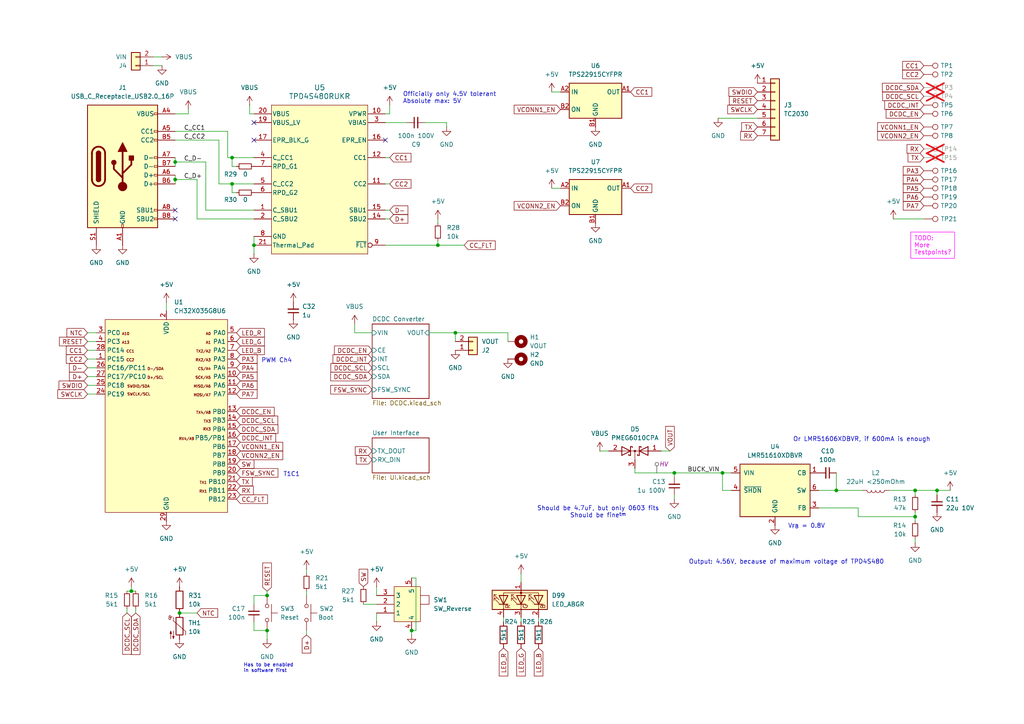
<source format=kicad_sch>
(kicad_sch (version 20231120) (generator "eeschema") (generator_version "8.0")
  (paper "A4")
  (junction (at 77.47 172.72))
  (junction (at 50.8 46.99))
  (junction (at 132.08 96.52))
  (junction (at 127 71.12))
  (junction (at 119.38 182.88))
  (junction (at 271.78 142.24))
  (junction (at 242.57 142.24))
  (junction (at 77.47 182.88))
  (junction (at 67.31 45.72))
  (junction (at 209.55 137.16))
  (junction (at 265.43 142.24))
  (junction (at 50.8 52.07))
  (junction (at 195.58 137.16))
  (junction (at 265.43 149.86))
  (junction (at 73.66 71.12))
  (junction (at 52.07 177.8))
  (junction (at 67.31 53.34))
  (junction (at 38.1 171.45))
  (no_connect (at 73.66 35.56))
  (no_connect (at 50.8 60.96))
  (no_connect (at 50.8 63.5))
  (no_connect (at 111.76 40.64))
  (no_connect (at 73.66 40.64))
  (wire (pts (xy 212.09 142.24) (xy 209.55 142.24)))
  (wire (pts (xy 109.22 170.18) (xy 109.22 172.72)))
  (wire (pts (xy 67.31 53.34) (xy 63.5 53.34)))
  (wire (pts (xy 257.81 142.24) (xy 265.43 142.24)))
  (wire (pts (xy 265.43 149.86) (xy 265.43 151.13)))
  (wire (pts (xy 25.4 96.52) (xy 27.94 96.52)))
  (wire (pts (xy 195.58 144.78) (xy 195.58 143.51)))
  (wire (pts (xy 54.61 33.02) (xy 54.61 31.75)))
  (wire (pts (xy 57.15 177.8) (xy 52.07 177.8)))
  (wire (pts (xy 242.57 142.24) (xy 250.19 142.24)))
  (wire (pts (xy 67.31 45.72) (xy 66.04 45.72)))
  (wire (pts (xy 147.32 99.06) (xy 147.32 96.52)))
  (wire (pts (xy 146.05 180.34) (xy 146.05 179.07)))
  (wire (pts (xy 25.4 99.06) (xy 27.94 99.06)))
  (wire (pts (xy 67.31 55.88) (xy 68.58 55.88)))
  (wire (pts (xy 25.4 109.22) (xy 27.94 109.22)))
  (wire (pts (xy 265.43 156.21) (xy 265.43 157.48)))
  (wire (pts (xy 160.02 26.67) (xy 162.56 26.67)))
  (wire (pts (xy 25.4 106.68) (xy 27.94 106.68)))
  (wire (pts (xy 50.8 45.72) (xy 50.8 46.99)))
  (wire (pts (xy 113.03 60.96) (xy 111.76 60.96)))
  (wire (pts (xy 147.32 96.52) (xy 132.08 96.52)))
  (wire (pts (xy 151.13 166.37) (xy 151.13 168.91)))
  (wire (pts (xy 265.43 149.86) (xy 248.92 149.86)))
  (wire (pts (xy 25.4 114.3) (xy 27.94 114.3)))
  (wire (pts (xy 109.22 177.8) (xy 109.22 180.34)))
  (wire (pts (xy 48.26 87.63) (xy 48.26 90.17)))
  (wire (pts (xy 156.21 180.34) (xy 156.21 179.07)))
  (wire (pts (xy 124.46 96.52) (xy 132.08 96.52)))
  (wire (pts (xy 127 63.5) (xy 127 64.77)))
  (wire (pts (xy 50.8 52.07) (xy 50.8 53.34)))
  (wire (pts (xy 242.57 137.16) (xy 242.57 142.24)))
  (wire (pts (xy 265.43 142.24) (xy 271.78 142.24)))
  (wire (pts (xy 129.54 35.56) (xy 123.19 35.56)))
  (wire (pts (xy 265.43 148.59) (xy 265.43 149.86)))
  (wire (pts (xy 120.65 167.64) (xy 120.65 182.88)))
  (wire (pts (xy 271.78 143.51) (xy 271.78 142.24)))
  (wire (pts (xy 77.47 182.88) (xy 73.66 182.88)))
  (wire (pts (xy 209.55 137.16) (xy 212.09 137.16)))
  (wire (pts (xy 73.66 68.58) (xy 73.66 71.12)))
  (wire (pts (xy 248.92 147.32) (xy 237.49 147.32)))
  (wire (pts (xy 59.69 60.96) (xy 59.69 46.99)))
  (wire (pts (xy 248.92 149.86) (xy 248.92 147.32)))
  (wire (pts (xy 44.45 19.05) (xy 46.99 19.05)))
  (wire (pts (xy 113.03 63.5) (xy 111.76 63.5)))
  (wire (pts (xy 44.45 16.51) (xy 46.99 16.51)))
  (wire (pts (xy 105.41 175.26) (xy 109.22 175.26)))
  (wire (pts (xy 113.03 33.02) (xy 111.76 33.02)))
  (wire (pts (xy 120.65 167.64) (xy 119.38 167.64)))
  (wire (pts (xy 73.66 175.26) (xy 73.66 172.72)))
  (wire (pts (xy 67.31 48.26) (xy 68.58 48.26)))
  (wire (pts (xy 184.15 137.16) (xy 195.58 137.16)))
  (wire (pts (xy 67.31 45.72) (xy 73.66 45.72)))
  (wire (pts (xy 237.49 142.24) (xy 242.57 142.24)))
  (wire (pts (xy 73.66 63.5) (xy 57.15 63.5)))
  (wire (pts (xy 127 71.12) (xy 111.76 71.12)))
  (wire (pts (xy 50.8 46.99) (xy 59.69 46.99)))
  (wire (pts (xy 50.8 33.02) (xy 54.61 33.02)))
  (wire (pts (xy 66.04 45.72) (xy 66.04 38.1)))
  (wire (pts (xy 38.1 171.45) (xy 39.37 171.45)))
  (wire (pts (xy 132.08 96.52) (xy 132.08 99.06)))
  (wire (pts (xy 88.9 172.72) (xy 88.9 171.45)))
  (wire (pts (xy 194.31 130.81) (xy 191.77 130.81)))
  (wire (pts (xy 77.47 185.42) (xy 77.47 182.88)))
  (wire (pts (xy 67.31 45.72) (xy 67.31 48.26)))
  (wire (pts (xy 88.9 184.15) (xy 88.9 182.88)))
  (wire (pts (xy 127 71.12) (xy 134.62 71.12)))
  (wire (pts (xy 120.65 182.88) (xy 119.38 182.88)))
  (wire (pts (xy 195.58 137.16) (xy 209.55 137.16)))
  (wire (pts (xy 88.9 166.37) (xy 88.9 165.1)))
  (wire (pts (xy 50.8 40.64) (xy 63.5 40.64)))
  (wire (pts (xy 151.13 180.34) (xy 151.13 179.07)))
  (wire (pts (xy 119.38 184.15) (xy 119.38 182.88)))
  (wire (pts (xy 102.87 96.52) (xy 102.87 93.98)))
  (wire (pts (xy 160.02 54.61) (xy 162.56 54.61)))
  (wire (pts (xy 25.4 104.14) (xy 27.94 104.14)))
  (wire (pts (xy 184.15 135.89) (xy 184.15 137.16)))
  (wire (pts (xy 73.66 60.96) (xy 59.69 60.96)))
  (wire (pts (xy 39.37 176.53) (xy 39.37 177.8)))
  (wire (pts (xy 50.8 50.8) (xy 50.8 52.07)))
  (wire (pts (xy 63.5 53.34) (xy 63.5 40.64)))
  (wire (pts (xy 77.47 171.45) (xy 77.47 172.72)))
  (wire (pts (xy 113.03 30.48) (xy 113.03 33.02)))
  (wire (pts (xy 50.8 38.1) (xy 66.04 38.1)))
  (wire (pts (xy 107.95 96.52) (xy 102.87 96.52)))
  (wire (pts (xy 50.8 52.07) (xy 57.15 52.07)))
  (wire (pts (xy 73.66 71.12) (xy 73.66 73.66)))
  (wire (pts (xy 111.76 53.34) (xy 113.03 53.34)))
  (wire (pts (xy 208.28 34.29) (xy 219.71 34.29)))
  (wire (pts (xy 36.83 171.45) (xy 38.1 171.45)))
  (wire (pts (xy 73.66 33.02) (xy 72.39 33.02)))
  (wire (pts (xy 73.66 172.72) (xy 77.47 172.72)))
  (wire (pts (xy 67.31 53.34) (xy 67.31 55.88)))
  (wire (pts (xy 25.4 101.6) (xy 27.94 101.6)))
  (wire (pts (xy 72.39 33.02) (xy 72.39 30.48)))
  (wire (pts (xy 209.55 142.24) (xy 209.55 137.16)))
  (wire (pts (xy 259.08 63.5) (xy 267.97 63.5)))
  (wire (pts (xy 38.1 170.18) (xy 38.1 171.45)))
  (wire (pts (xy 127 69.85) (xy 127 71.12)))
  (wire (pts (xy 265.43 143.51) (xy 265.43 142.24)))
  (wire (pts (xy 173.99 130.81) (xy 176.53 130.81)))
  (wire (pts (xy 25.4 111.76) (xy 27.94 111.76)))
  (wire (pts (xy 36.83 176.53) (xy 36.83 177.8)))
  (wire (pts (xy 73.66 182.88) (xy 73.66 180.34)))
  (wire (pts (xy 57.15 63.5) (xy 57.15 52.07)))
  (wire (pts (xy 129.54 36.83) (xy 129.54 35.56)))
  (wire (pts (xy 67.31 53.34) (xy 73.66 53.34)))
  (wire (pts (xy 50.8 46.99) (xy 50.8 48.26)))
  (wire (pts (xy 118.11 35.56) (xy 111.76 35.56)))
  (wire (pts (xy 195.58 138.43) (xy 195.58 137.16)))
  (wire (pts (xy 271.78 142.24) (xy 275.59 142.24)))
  (wire (pts (xy 111.76 45.72) (xy 113.03 45.72)))
  (text_box "TODO:\nMore Testpoints?" (at 264.16 67.31 0) (size 12.7 7.62) (stroke (width 0) (color 255 0 255 1)) (effects (font (size 1.27 1.27)) (justify left top)))
  (text "V_{FB} = 0.8V" (at 233.934 152.654 0) (effects (font (size 1.27 1.27))))
  (text "PWM Ch4" (at 80.264 104.648 0) (effects (font (size 1.27 1.27))))
  (text "T1C1" (at 84.582 137.668 0) (effects (font (size 1.27 1.27))))
  (text "Has to be enabled \nin software first" (at 70.612 193.802 0) (effects (font (size 1.016 1.016)) (justify left)))
  (text "Officially only 4.5V tolerant\nAbsolute max: 5V" (at 116.84 28.448 0) (effects (font (size 1.27 1.27)) (justify left)))
  (text "Should be 4.7uF, but only 0603 fits\nShould be fine^{tm}" (at 173.482 148.59 0) (effects (font (size 1.27 1.27))))
  (text "Output: 4.56V, because of maximum voltage of TPD4S480" (at 228.092 163.068 0) (effects (font (size 1.27 1.27))))
  (text "Or LMR51606XDBVR, if 600mA is enough" (at 249.936 127.508 0) (effects (font (size 1.27 1.27))))
  (label "C_D-" (at 53.34 46.99 0))
  (label "BUCK_VIN" (at 199.39 137.16 0))
  (label "C_D+" (at 53.34 52.07 0))
  (label "C_CC2" (at 53.34 40.64 0))
  (label "C_CC1" (at 53.34 38.1 0))
  (global_label "DCDC_SDA" (shape input) (at 267.97 25.4 180) (property "Intersheetrefs" "${INTERSHEET_REFS}" (effects (hide yes))))
  (global_label "DCDC_SCL" (shape input) (at 107.95 106.68 180) (property "Intersheetrefs" "${INTERSHEET_REFS}" (effects (hide yes))))
  (global_label "D-" (shape input) (at 113.03 60.96 0) (property "Intersheetrefs" "${INTERSHEET_REFS}" (effects (hide yes))))
  (global_label "VCONN2_EN" (shape input) (at 162.56 59.69 180) (property "Intersheetrefs" "${INTERSHEET_REFS}" (effects (hide yes))))
  (global_label "TX" (shape input) (at 107.95 133.35 180) (property "Intersheetrefs" "${INTERSHEET_REFS}" (effects (hide yes))))
  (global_label "LED_G" (shape input) (at 68.58 99.06 0) (property "Intersheetrefs" "${INTERSHEET_REFS}" (effects (hide yes))))
  (global_label "D+" (shape input) (at 25.4 109.22 180) (property "Intersheetrefs" "${INTERSHEET_REFS}" (effects (hide yes))))
  (global_label "CC1" (shape input) (at 267.97 19.05 180) (property "Intersheetrefs" "${INTERSHEET_REFS}" (effects (hide yes))))
  (global_label "SWDIO" (shape input) (at 25.4 111.76 180) (property "Intersheetrefs" "${INTERSHEET_REFS}" (effects (hide yes))))
  (global_label "PA3" (shape input) (at 267.97 49.53 180) (property "Intersheetrefs" "${INTERSHEET_REFS}" (effects (hide yes))))
  (global_label "DCDC_EN" (shape input) (at 68.58 119.38 0) (property "Intersheetrefs" "${INTERSHEET_REFS}" (effects (hide yes))))
  (global_label "RX" (shape input) (at 267.97 43.18 180) (property "Intersheetrefs" "${INTERSHEET_REFS}" (effects (hide yes))))
  (global_label "RX" (shape input) (at 219.71 39.37 180) (property "Intersheetrefs" "${INTERSHEET_REFS}" (effects (hide yes))))
  (global_label "DCDC_SCL" (shape input) (at 36.83 177.8 270) (property "Intersheetrefs" "${INTERSHEET_REFS}" (effects (hide yes))))
  (global_label "VOUT" (shape input) (at 194.31 130.81 90) (property "Intersheetrefs" "${INTERSHEET_REFS}" (effects (hide yes))))
  (global_label "VCONN1_EN" (shape input) (at 68.58 129.54 0) (property "Intersheetrefs" "${INTERSHEET_REFS}" (effects (hide yes))))
  (global_label "DCDC_SDA" (shape input) (at 107.95 109.22 180) (property "Intersheetrefs" "${INTERSHEET_REFS}" (effects (hide yes))))
  (global_label "LED_R" (shape input) (at 146.05 187.96 270) (property "Intersheetrefs" "${INTERSHEET_REFS}" (effects (hide yes))))
  (global_label "DCDC_INT" (shape input) (at 68.58 127 0) (property "Intersheetrefs" "${INTERSHEET_REFS}" (effects (hide yes))))
  (global_label "DCDC_INT" (shape input) (at 107.95 104.14 180) (property "Intersheetrefs" "${INTERSHEET_REFS}" (effects (hide yes))))
  (global_label "DCDC_EN" (shape input) (at 267.97 33.02 180) (property "Intersheetrefs" "${INTERSHEET_REFS}" (effects (hide yes))))
  (global_label "SWDIO" (shape input) (at 219.71 26.67 180) (property "Intersheetrefs" "${INTERSHEET_REFS}" (effects (hide yes))))
  (global_label "VCONN2_EN" (shape input) (at 267.97 39.37 180) (property "Intersheetrefs" "${INTERSHEET_REFS}" (effects (hide yes))))
  (global_label "NTC" (shape input) (at 25.4 96.52 180) (property "Intersheetrefs" "${INTERSHEET_REFS}" (effects (hide yes))))
  (global_label "LED_G" (shape input) (at 151.13 187.96 270) (property "Intersheetrefs" "${INTERSHEET_REFS}" (effects (hide yes))))
  (global_label "DCDC_SCL" (shape input) (at 267.97 27.94 180) (property "Intersheetrefs" "${INTERSHEET_REFS}" (effects (hide yes))))
  (global_label "DCDC_SCL" (shape input) (at 68.58 121.92 0) (property "Intersheetrefs" "${INTERSHEET_REFS}" (effects (hide yes))))
  (global_label "DCDC_SDA" (shape input) (at 68.58 124.46 0) (property "Intersheetrefs" "${INTERSHEET_REFS}" (effects (hide yes))))
  (global_label "SW" (shape input) (at 68.58 134.62 0) (property "Intersheetrefs" "${INTERSHEET_REFS}" (effects (hide yes))))
  (global_label "D+" (shape input) (at 113.03 63.5 0) (property "Intersheetrefs" "${INTERSHEET_REFS}" (effects (hide yes))))
  (global_label "CC2" (shape input) (at 113.03 53.34 0) (property "Intersheetrefs" "${INTERSHEET_REFS}" (effects (hide yes))))
  (global_label "DCDC_INT" (shape input) (at 267.97 30.48 180) (property "Intersheetrefs" "${INTERSHEET_REFS}" (effects (hide yes))))
  (global_label "RESET" (shape input) (at 77.47 171.45 90) (property "Intersheetrefs" "${INTERSHEET_REFS}" (effects (hide yes))))
  (global_label "D+" (shape input) (at 88.9 184.15 270) (property "Intersheetrefs" "${INTERSHEET_REFS}" (effects (hide yes))))
  (global_label "LED_R" (shape input) (at 68.58 96.52 0) (property "Intersheetrefs" "${INTERSHEET_REFS}" (effects (hide yes))))
  (global_label "SWCLK" (shape input) (at 25.4 114.3 180) (property "Intersheetrefs" "${INTERSHEET_REFS}" (effects (hide yes))))
  (global_label "CC2" (shape input) (at 25.4 104.14 180) (property "Intersheetrefs" "${INTERSHEET_REFS}" (effects (hide yes))))
  (global_label "PA4" (shape input) (at 68.58 106.68 0) (property "Intersheetrefs" "${INTERSHEET_REFS}" (effects (hide yes))))
  (global_label "CC1" (shape input) (at 113.03 45.72 0) (property "Intersheetrefs" "${INTERSHEET_REFS}" (effects (hide yes))))
  (global_label "CC2" (shape input) (at 182.88 54.61 0) (property "Intersheetrefs" "${INTERSHEET_REFS}" (effects (hide yes))))
  (global_label "CC1" (shape input) (at 182.88 26.67 0) (property "Intersheetrefs" "${INTERSHEET_REFS}" (effects (hide yes))))
  (global_label "CC2" (shape input) (at 267.97 21.59 180) (property "Intersheetrefs" "${INTERSHEET_REFS}" (effects (hide yes))))
  (global_label "PA7" (shape input) (at 267.97 59.69 180) (property "Intersheetrefs" "${INTERSHEET_REFS}" (effects (hide yes))))
  (global_label "RX" (shape input) (at 68.58 142.24 0) (property "Intersheetrefs" "${INTERSHEET_REFS}" (effects (hide yes))))
  (global_label "NTC" (shape input) (at 57.15 177.8 0) (property "Intersheetrefs" "${INTERSHEET_REFS}" (effects (hide yes))))
  (global_label "LED_B" (shape input) (at 156.21 187.96 270) (property "Intersheetrefs" "${INTERSHEET_REFS}" (effects (hide yes))))
  (global_label "D-" (shape input) (at 25.4 106.68 180) (property "Intersheetrefs" "${INTERSHEET_REFS}" (effects (hide yes))))
  (global_label "PA7" (shape input) (at 68.58 114.3 0) (property "Intersheetrefs" "${INTERSHEET_REFS}" (effects (hide yes))))
  (global_label "PA4" (shape input) (at 267.97 52.07 180) (property "Intersheetrefs" "${INTERSHEET_REFS}" (effects (hide yes))))
  (global_label "TX" (shape input) (at 68.58 139.7 0) (property "Intersheetrefs" "${INTERSHEET_REFS}" (effects (hide yes))))
  (global_label "FSW_SYNC" (shape input) (at 107.95 113.03 180) (property "Intersheetrefs" "${INTERSHEET_REFS}" (effects (hide yes))))
  (global_label "VCONN2_EN" (shape input) (at 68.58 132.08 0) (property "Intersheetrefs" "${INTERSHEET_REFS}" (effects (hide yes))))
  (global_label "PA3" (shape input) (at 68.58 104.14 0) (property "Intersheetrefs" "${INTERSHEET_REFS}" (effects (hide yes))))
  (global_label "FSW_SYNC" (shape input) (at 68.58 137.16 0) (property "Intersheetrefs" "${INTERSHEET_REFS}" (effects (hide yes))))
  (global_label "LED_B" (shape input) (at 68.58 101.6 0) (property "Intersheetrefs" "${INTERSHEET_REFS}" (effects (hide yes))))
  (global_label "VCONN1_EN" (shape input) (at 267.97 36.83 180) (property "Intersheetrefs" "${INTERSHEET_REFS}" (effects (hide yes))))
  (global_label "PA6" (shape input) (at 68.58 111.76 0) (property "Intersheetrefs" "${INTERSHEET_REFS}" (effects (hide yes))))
  (global_label "CC_FLT" (shape input) (at 68.58 144.78 0) (property "Intersheetrefs" "${INTERSHEET_REFS}" (effects (hide yes))))
  (global_label "PA5" (shape input) (at 267.97 54.61 180) (property "Intersheetrefs" "${INTERSHEET_REFS}" (effects (hide yes))))
  (global_label "RESET" (shape input) (at 25.4 99.06 180) (property "Intersheetrefs" "${INTERSHEET_REFS}" (effects (hide yes))))
  (global_label "TX" (shape input) (at 219.71 36.83 180) (property "Intersheetrefs" "${INTERSHEET_REFS}" (effects (hide yes))))
  (global_label "PA6" (shape input) (at 267.97 57.15 180) (property "Intersheetrefs" "${INTERSHEET_REFS}" (effects (hide yes))))
  (global_label "SWCLK" (shape input) (at 219.71 31.75 180) (property "Intersheetrefs" "${INTERSHEET_REFS}" (effects (hide yes))))
  (global_label "DCDC_SDA" (shape input) (at 39.37 177.8 270) (property "Intersheetrefs" "${INTERSHEET_REFS}" (effects (hide yes))))
  (global_label "RX" (shape input) (at 107.95 130.81 180) (property "Intersheetrefs" "${INTERSHEET_REFS}" (effects (hide yes))))
  (global_label "CC_FLT" (shape input) (at 134.62 71.12 0) (property "Intersheetrefs" "${INTERSHEET_REFS}" (effects (hide yes))))
  (global_label "SW" (shape input) (at 105.41 170.18 90) (property "Intersheetrefs" "${INTERSHEET_REFS}" (effects (hide yes))))
  (global_label "DCDC_EN" (shape input) (at 107.95 101.6 180) (property "Intersheetrefs" "${INTERSHEET_REFS}" (effects (hide yes))))
  (global_label "VCONN1_EN" (shape input) (at 162.56 31.75 180) (property "Intersheetrefs" "${INTERSHEET_REFS}" (effects (hide yes))))
  (global_label "PA5" (shape input) (at 68.58 109.22 0) (property "Intersheetrefs" "${INTERSHEET_REFS}" (effects (hide yes))))
  (global_label "CC1" (shape input) (at 25.4 101.6 180) (property "Intersheetrefs" "${INTERSHEET_REFS}" (effects (hide yes))))
  (global_label "TX" (shape input) (at 267.97 45.72 180) (property "Intersheetrefs" "${INTERSHEET_REFS}" (effects (hide yes))))
  (global_label "RESET" (shape input) (at 219.71 29.21 180) (property "Intersheetrefs" "${INTERSHEET_REFS}" (effects (hide yes))))
  (netclass_flag "" (length 2.54) (shape round) (at 190.5 137.16 0) (property "Netclass" "HV" (at 191.1985 134.62 0) (effects (font (italic yes)) (justify left))))
  (symbol (lib_id "power:GND") (at 172.72 36.83 0) (unit 1)
    (property "Reference" "#PWR051" (effects (hide yes)))
    (property "Value" "GND" (at 172.72 41.91 0))
    (property "Description" "Power symbol creates a global label with name \"GND\" , ground" (effects (hide yes)))
  )
  (symbol (lib_id "Device:R_Small") (at 39.37 173.99 0) (unit 1)
    (property "Reference" "R16" (at 41.91 172.7199 0) (effects (justify left)))
    (property "Value" "5k1" (at 41.91 175.2599 0) (effects (justify left)))
    (property "Footprint" "Resistor_SMD:R_0402_1005Metric" (effects (hide yes)))
    (property "Description" "Resistor, small symbol" (effects (hide yes)))
  )
  (symbol (lib_id "power:VBUS") (at 72.39 30.48 0) (unit 1)
    (property "Reference" "#PWR046" (effects (hide yes)))
    (property "Value" "VBUS" (at 72.39 25.4 0))
    (property "Description" "Power symbol creates a global label with name \"VBUS\"" (effects (hide yes)))
  )
  (symbol (lib_id "LeoDJ:CH32X035G8U6") (at 48.26 120.65 0) (unit 1)
    (property "Reference" "U1" (at 50.4541 87.63 0) (effects (justify left)))
    (property "Value" "CH32X035G8U6" (at 50.4541 90.17 0) (effects (justify left)))
    (property "Footprint" "Package_DFN_QFN:QFN-28-1EP_4x4mm_P0.4mm_EP2.6x2.6mm" (effects (hide yes)))
    (property "Datasheet" "https://www.lcsc.com/datasheet/lcsc_datasheet_2404070952_WCH-Jiangsu-Qin-Heng-CH32X035G8U6_C7437027.pdf" (effects (hide yes)))
    (property "Description" "CH32X035 has built-in USB and PD PHY, supports USB Host and USB Device functions, PDUSB and Type-C fast charging functions, built-in programmable protocol I/O controller, provides 2 groups of OPA, 3 groups of CMP, 4 groups of USART, I2C, SPI, multiple timers, 12-bit ADC, 14-channel touch-key and other rich peripheral resources." (effects (hide yes)))
    (property "LCSC Part" "C7437027" (effects (hide yes)))
  )
  (symbol (lib_id "Connector_Generic:Conn_01x02") (at 137.16 101.6 0) (mirror x) (unit 1)
    (property "Reference" "J2" (at 139.7 101.6001 0) (effects (justify left)))
    (property "Value" "VOUT" (at 139.7 99.0601 0) (effects (justify left)))
    (property "Footprint" "Connector_AMASS:AMASS_XT30PW-M_1x02_P2.50mm_Horizontal" (effects (hide yes)))
    (property "Datasheet" "https://www.lcsc.com/datasheet/lcsc_datasheet_2304140030_Changzhou-Amass-Elec-XT30PW-M30-G-Y_C431092.pdf" (effects (hide yes)))
    (property "Description" "Generic connector, single row, 01x02, script generated (kicad-library-utils/schlib/autogen/connector/)" (effects (hide yes)))
    (property "LCSC Part" "C431092" (effects (hide yes)))
  )
  (symbol (lib_id "Connector:TestPoint") (at 267.97 59.69 270) (unit 1)
    (property "Reference" "TP20" (at 272.796 59.69 90) (effects (justify left)))
    (property "Value" "TestPoint" (effects (hide yes)))
    (property "Footprint" "TestPoint:TestPoint_Pad_D1.0mm" (effects (hide yes)))
    (property "Description" "test point" (effects (hide yes)))
  )
  (symbol (lib_id "power:GND") (at 147.32 104.14 0) (unit 1)
    (property "Reference" "#PWR059" (effects (hide yes)))
    (property "Value" "GND" (at 147.32 109.22 0))
    (property "Description" "Power symbol creates a global label with name \"GND\" , ground" (effects (hide yes)))
  )
  (symbol (lib_id "Connector:TestPoint") (at 267.97 21.59 270) (unit 1)
    (property "Reference" "TP2" (at 272.796 21.59 90) (effects (justify left)))
    (property "Value" "TestPoint" (effects (hide yes)))
    (property "Footprint" "TestPoint:TestPoint_Pad_D1.0mm" (effects (hide yes)))
    (property "Description" "test point" (effects (hide yes)))
  )
  (symbol (lib_id "Connector:TestPoint") (at 267.97 39.37 270) (unit 1)
    (property "Reference" "TP8" (at 272.796 39.37 90) (effects (justify left)))
    (property "Value" "TestPoint" (effects (hide yes)))
    (property "Footprint" "TestPoint:TestPoint_Pad_D1.0mm" (effects (hide yes)))
    (property "Description" "test point" (effects (hide yes)))
  )
  (symbol (lib_id "Device:R_Small") (at 36.83 173.99 0) (mirror y) (unit 1)
    (property "Reference" "R15" (at 34.29 172.7199 0) (effects (justify left)))
    (property "Value" "5k1" (at 34.29 175.2599 0) (effects (justify left)))
    (property "Footprint" "Resistor_SMD:R_0402_1005Metric" (effects (hide yes)))
    (property "Description" "Resistor, small symbol" (effects (hide yes)))
  )
  (symbol (lib_id "Device:C_Small") (at 73.66 177.8 0) (mirror x) (unit 1)
    (property "Reference" "C17" (at 71.12 176.5235 0) (effects (justify right)))
    (property "Value" "100n" (at 71.12 179.0635 0) (effects (justify right)))
    (property "Footprint" "Capacitor_SMD:C_0402_1005Metric" (effects (hide yes)))
    (property "Description" "Unpolarized capacitor, small symbol" (effects (hide yes)))
  )
  (symbol (lib_id "power:+5V") (at 88.9 165.1 0) (unit 1)
    (property "Reference" "#PWR034" (effects (hide yes)))
    (property "Value" "+5V" (at 88.9 160.02 0))
    (property "Description" "Power symbol creates a global label with name \"+5V\"" (effects (hide yes)))
  )
  (symbol (lib_id "Device:C_Small") (at 85.09 90.17 0) (mirror x) (unit 1)
    (property "Reference" "C32" (at 87.63 88.8935 0) (effects (justify left)))
    (property "Value" "1u" (at 87.63 91.4335 0) (effects (justify left)))
    (property "Footprint" "Capacitor_SMD:C_0402_1005Metric" (effects (hide yes)))
    (property "Description" "Unpolarized capacitor, small symbol" (effects (hide yes)))
  )
  (symbol (lib_id "power:GND") (at 271.78 148.59 0) (unit 1)
    (property "Reference" "#PWR022" (effects (hide yes)))
    (property "Value" "GND" (at 271.78 153.67 0))
    (property "Description" "Power symbol creates a global label with name \"GND\" , ground" (effects (hide yes)))
  )
  (symbol (lib_id "Connector:TestPoint") (at 267.97 54.61 270) (unit 1)
    (property "Reference" "TP18" (at 272.796 54.61 90) (effects (justify left)))
    (property "Value" "TestPoint" (effects (hide yes)))
    (property "Footprint" "TestPoint:TestPoint_Pad_D1.0mm" (effects (hide yes)))
    (property "Description" "test point" (effects (hide yes)))
  )
  (symbol (lib_id "power:VBUS") (at 54.61 31.75 0) (unit 1)
    (property "Reference" "#PWR03" (effects (hide yes)))
    (property "Value" "VBUS" (at 54.61 26.67 0))
    (property "Description" "Power symbol creates a global label with name \"VBUS\"" (effects (hide yes)))
  )
  (symbol (lib_id "Device:L") (at 254 142.24 90) (mirror x) (unit 1)
    (property "Reference" "L2" (at 254 137.16 90))
    (property "Value" "22uH <250mOhm" (at 254 139.7 90))
    (property "Footprint" "Inductor_SMD:L_Sunlord_MWSA0503S" (effects (hide yes)))
    (property "Datasheet" "https://www.lcsc.com/datasheet/lcsc_datasheet_2409271302_YJYCOIN-YSPI0530-220M_C718383.pdf" (effects (hide yes)))
    (property "Description" "Inductor" (effects (hide yes)))
    (property "LCSC Part" "C718383" (effects (hide yes)))
  )
  (symbol (lib_id "Connector:TestPoint") (at 267.97 43.18 270) (unit 1) (on_board no) (dnp yes)
    (property "Reference" "TP14" (at 272.796 43.18 90) (effects (justify left)))
    (property "Value" "TestPoint" (effects (hide yes)))
    (property "Footprint" "TestPoint:TestPoint_Pad_D1.0mm" (effects (hide yes)))
    (property "Description" "test point" (effects (hide yes)))
  )
  (symbol (lib_id "Device:D_Schottky_Dual_CommonCathode_AAK") (at 184.15 130.81 0) (mirror y) (unit 1)
    (property "Reference" "D5" (at 184.15 124.46 0))
    (property "Value" "PMEG6010CPA" (at 184.15 127 0))
    (property "Footprint" "Package_SON:HUSON-3-1EP_2x2mm_P1.3mm_EP1.1x1.6mm" (effects (hide yes)))
    (property "Datasheet" "https://assets.nexperia.com/documents/data-sheet/PMEG6010CPA.pdf" (effects (hide yes)))
    (property "Description" "Dual Schottky diode, common cathode on pin 3" (effects (hide yes)))
  )
  (symbol (lib_id "power:+5V") (at 52.07 170.18 0) (unit 1)
    (property "Reference" "#PWR055" (effects (hide yes)))
    (property "Value" "+5V" (at 52.07 165.1 0))
    (property "Description" "Power symbol creates a global label with name \"+5V\"" (effects (hide yes)))
  )
  (symbol (lib_id "Connector:TestPoint") (at 267.97 45.72 270) (unit 1) (on_board no) (dnp yes)
    (property "Reference" "TP15" (at 272.796 45.72 90) (effects (justify left)))
    (property "Value" "TestPoint" (effects (hide yes)))
    (property "Footprint" "TestPoint:TestPoint_Pad_D1.0mm" (effects (hide yes)))
    (property "Description" "test point" (effects (hide yes)))
  )
  (symbol (lib_id "Device:Thermistor_NTC") (at 52.07 181.61 0) (unit 1)
    (property "Reference" "TH1" (at 54.61 180.6574 0) (effects (justify left)))
    (property "Value" "10k" (at 54.61 183.1974 0) (effects (justify left)))
    (property "Footprint" "Resistor_SMD:R_0402_1005Metric" (effects (hide yes)))
    (property "Description" "Temperature dependent resistor, negative temperature coefficient" (effects (hide yes)))
    (property "LCSC Part" "C77131" (effects (hide yes)))
  )
  (symbol (lib_id "Connector_Generic:Conn_01x02") (at 39.37 19.05 180) (unit 1)
    (property "Reference" "J4" (at 36.83 19.0501 0) (effects (justify left)))
    (property "Value" "VIN" (at 36.83 16.5101 0) (effects (justify left)))
    (property "Footprint" "Connector_AMASS:AMASS_XT30PW-M_1x02_P2.50mm_Horizontal" (effects (hide yes)))
    (property "Datasheet" "https://www.lcsc.com/datasheet/lcsc_datasheet_2304140030_Changzhou-Amass-Elec-XT30PW-M30-G-Y_C431092.pdf" (effects (hide yes)))
    (property "Description" "Generic connector, single row, 01x02, script generated (kicad-library-utils/schlib/autogen/connector/)" (effects (hide yes)))
    (property "LCSC Part" "C431092" (effects (hide yes)))
  )
  (symbol (lib_id "Device:R") (at 52.07 173.99 0) (unit 1)
    (property "Reference" "R31" (at 54.61 172.7199 0) (effects (justify left)))
    (property "Value" "10k" (at 54.61 175.2599 0) (effects (justify left)))
    (property "Footprint" "Resistor_SMD:R_0402_1005Metric" (effects (hide yes)))
    (property "Description" "Resistor" (effects (hide yes)))
  )
  (symbol (lib_id "power:GND") (at 73.66 73.66 0) (unit 1)
    (property "Reference" "#PWR045" (effects (hide yes)))
    (property "Value" "GND" (at 73.66 78.74 0))
    (property "Description" "Power symbol creates a global label with name \"GND\" , ground" (effects (hide yes)))
  )
  (symbol (lib_id "power:+5V") (at 219.71 24.13 0) (unit 1)
    (property "Reference" "#PWR014" (effects (hide yes)))
    (property "Value" "+5V" (at 219.71 19.05 0))
    (property "Description" "Power symbol creates a global label with name \"+5V\"" (effects (hide yes)))
  )
  (symbol (lib_id "LeoDJ:TPD4S480RUKR") (at 92.71 52.07 0) (unit 1)
    (property "Reference" "U5" (at 92.71 25.4 0) (effects (font (size 1.524 1.524))))
    (property "Value" "TPD4S480RUKR" (at 92.71 27.94 0) (effects (font (size 1.524 1.524))))
    (property "Footprint" "Package_DFN_QFN:WQFN-20-1EP_3x3mm_P0.4mm_EP1.7x1.7mm" (effects (hide yes)))
    (property "Datasheet" "https://www.ti.com/lit/ds/symlink/tpd4s480.pdf" (effects (hide yes)))
  )
  (symbol (lib_id "Device:R_Small") (at 88.9 168.91 0) (unit 1)
    (property "Reference" "R21" (at 91.44 167.6399 0) (effects (justify left)))
    (property "Value" "5k1" (at 91.44 170.1799 0) (effects (justify left)))
    (property "Footprint" "Resistor_SMD:R_0402_1005Metric" (effects (hide yes)))
    (property "Description" "Resistor, small symbol" (effects (hide yes)))
  )
  (symbol (lib_id "Device:R") (at 151.13 184.15 0) (unit 1)
    (property "Reference" "R25" (at 151.384 180.34 0) (effects (justify left)))
    (property "Value" "5k1" (at 151.13 185.928 90) (effects (justify left)))
    (property "Footprint" "Resistor_SMD:R_0402_1005Metric" (effects (hide yes)))
    (property "Description" "Resistor" (effects (hide yes)))
  )
  (symbol (lib_id "Connector:TestPoint") (at 267.97 49.53 270) (unit 1)
    (property "Reference" "TP16" (at 272.796 49.53 90) (effects (justify left)))
    (property "Value" "TestPoint" (effects (hide yes)))
    (property "Footprint" "TestPoint:TestPoint_Pad_D1.0mm" (effects (hide yes)))
    (property "Description" "test point" (effects (hide yes)))
  )
  (symbol (lib_id "power:GND") (at 119.38 184.15 0) (unit 1)
    (property "Reference" "#PWR042" (effects (hide yes)))
    (property "Value" "GND" (at 119.38 189.23 0))
    (property "Description" "Power symbol creates a global label with name \"GND\" , ground" (effects (hide yes)))
  )
  (symbol (lib_id "power:VBUS") (at 102.87 93.98 0) (unit 1)
    (property "Reference" "#PWR057" (effects (hide yes)))
    (property "Value" "VBUS" (at 102.87 88.9 0))
    (property "Description" "Power symbol creates a global label with name \"VBUS\"" (effects (hide yes)))
  )
  (symbol (lib_id "Device:R_Small") (at 71.12 55.88 90) (unit 1)
    (property "Reference" "R30" (at 68.834 57.912 90) (effects (justify left)))
    (property "Value" "0" (at 71.882 57.912 90) (effects (justify left)))
    (property "Footprint" "Resistor_SMD:R_0402_1005Metric" (effects (hide yes)))
    (property "Description" "Resistor, small symbol" (effects (hide yes)))
  )
  (symbol (lib_id "Device:LED_ABGR") (at 151.13 173.99 90) (unit 1)
    (property "Reference" "D99" (at 160.02 172.7199 90) (effects (justify right)))
    (property "Value" "LED_ABGR" (at 160.02 175.2599 90) (effects (justify right)))
    (property "Footprint" "LCSC:LED-ARRAY-SMD_MHS110FRGBCT" (effects (hide yes)))
    (property "Datasheet" "https://www.lcsc.com/datasheet/lcsc_datasheet_2409272202_MEIHUA-MHS110RGBCT_C389528.pdf" (effects (hide yes)))
    (property "Description" "RGB LED, anode/blue/green/red" (effects (hide yes)))
    (property "LCSC Part" "C389528" (effects (hide yes)))
  )
  (symbol (lib_id "power:GND") (at 129.54 36.83 0) (unit 1)
    (property "Reference" "#PWR047" (effects (hide yes)))
    (property "Value" "GND" (at 129.54 41.91 0))
    (property "Description" "Power symbol creates a global label with name \"GND\" , ground" (effects (hide yes)))
  )
  (symbol (lib_id "power:GND") (at 48.26 151.13 0) (unit 1)
    (property "Reference" "#PWR04" (effects (hide yes)))
    (property "Value" "GND" (at 48.26 156.21 0))
    (property "Description" "Power symbol creates a global label with name \"GND\" , ground" (effects (hide yes)))
  )
  (symbol (lib_id "Connector:TestPoint") (at 267.97 25.4 270) (unit 1) (in_bom no) (on_board no) (dnp yes)
    (property "Reference" "TP3" (at 272.796 25.4 90) (effects (justify left)))
    (property "Value" "TestPoint" (effects (hide yes)))
    (property "Footprint" "TestPoint:TestPoint_Pad_D1.0mm" (effects (hide yes)))
    (property "Description" "test point" (effects (hide yes)))
  )
  (symbol (lib_id "Device:R_Small") (at 265.43 146.05 0) (unit 1)
    (property "Reference" "R13" (at 262.89 144.7799 0) (effects (justify right)))
    (property "Value" "47k" (at 262.89 147.3199 0) (effects (justify right)))
    (property "Footprint" "Resistor_SMD:R_0402_1005Metric" (effects (hide yes)))
    (property "Description" "Resistor, small symbol" (effects (hide yes)))
  )
  (symbol (lib_id "power:GND") (at 109.22 180.34 0) (unit 1)
    (property "Reference" "#PWR044" (effects (hide yes)))
    (property "Value" "GND" (at 109.22 185.42 0))
    (property "Description" "Power symbol creates a global label with name \"GND\" , ground" (effects (hide yes)))
  )
  (symbol (lib_id "Switch:SW_Push") (at 88.9 177.8 270) (mirror x) (unit 1)
    (property "Reference" "SW2" (at 96.774 176.53 90) (effects (justify right)))
    (property "Value" "Boot" (at 96.774 179.07 90) (effects (justify right)))
    (property "Footprint" "LCSC:SW-SMD_4P-L3.0-W2.0-P0.85-LS3.5" (effects (hide yes)))
    (property "Description" "Push button switch, generic, two pins" (effects (hide yes)))
    (property "LCSC Part" "C256107" (effects (hide yes)))
  )
  (symbol (lib_id "power:+5V") (at 151.13 166.37 0) (unit 1)
    (property "Reference" "#PWR041" (effects (hide yes)))
    (property "Value" "+5V" (at 151.13 161.29 0))
    (property "Description" "Power symbol creates a global label with name \"+5V\"" (effects (hide yes)))
  )
  (symbol (lib_id "Connector:TestPoint") (at 267.97 36.83 270) (unit 1)
    (property "Reference" "TP7" (at 272.796 36.83 90) (effects (justify left)))
    (property "Value" "TestPoint" (effects (hide yes)))
    (property "Footprint" "TestPoint:TestPoint_Pad_D1.0mm" (effects (hide yes)))
    (property "Description" "test point" (effects (hide yes)))
  )
  (symbol (lib_id "LeoDJ:TPS2291x") (at 172.72 57.15 0) (unit 1)
    (property "Reference" "U7" (at 172.72 46.99 0))
    (property "Value" "TPS22915CYFPR" (at 172.72 49.53 0))
    (property "Footprint" "Package_BGA:Texas_PicoStar_BGA-4_0.758x0.758mm_Layout2x2_P0.4mm" (effects (hide yes)))
    (property "Datasheet" "https://www.ti.com/lit/ds/symlink/tps22915.pdf" (effects (hide yes)))
    (property "Description" "TPS2291xx, 5.5-V, 2-A, 37-mΩ On-Resistance Load Switch, DSBGA-4" (effects (hide yes)))
    (property "LCSC Part" "C1849498" (effects (hide yes)))
  )
  (symbol (lib_id "power:GND") (at 172.72 64.77 0) (unit 1)
    (property "Reference" "#PWR054" (effects (hide yes)))
    (property "Value" "GND" (at 172.72 69.85 0))
    (property "Description" "Power symbol creates a global label with name \"GND\" , ground" (effects (hide yes)))
  )
  (symbol (lib_id "power:VBUS") (at 46.99 16.51 270) (unit 1)
    (property "Reference" "#PWR036" (effects (hide yes)))
    (property "Value" "VBUS" (at 50.8 16.5099 90) (effects (justify left)))
    (property "Description" "Power symbol creates a global label with name \"VBUS\"" (effects (hide yes)))
  )
  (symbol (lib_id "Connector:TestPoint") (at 267.97 19.05 270) (unit 1)
    (property "Reference" "TP1" (at 272.796 19.05 90) (effects (justify left)))
    (property "Value" "TestPoint" (effects (hide yes)))
    (property "Footprint" "TestPoint:TestPoint_Pad_D1.0mm" (effects (hide yes)))
    (property "Description" "test point" (effects (hide yes)))
  )
  (symbol (lib_id "Device:R") (at 146.05 184.15 0) (unit 1)
    (property "Reference" "R24" (at 146.304 180.34 0) (effects (justify left)))
    (property "Value" "5k1" (at 146.05 185.928 90) (effects (justify left)))
    (property "Footprint" "Resistor_SMD:R_0402_1005Metric" (effects (hide yes)))
    (property "Description" "Resistor" (effects (hide yes)))
  )
  (symbol (lib_id "power:GND") (at 52.07 185.42 0) (unit 1)
    (property "Reference" "#PWR056" (effects (hide yes)))
    (property "Value" "GND" (at 52.07 190.5 0))
    (property "Description" "Power symbol creates a global label with name \"GND\" , ground" (effects (hide yes)))
  )
  (symbol (lib_id "Regulator_Switching:LMR14206") (at 224.79 142.24 0) (unit 1)
    (property "Reference" "U4" (at 224.79 129.54 0))
    (property "Value" "LMR51610XDBVR" (at 224.79 132.08 0))
    (property "Footprint" "Package_TO_SOT_SMD:SOT-23-6" (effects (hide yes)))
    (property "Datasheet" "https://www.ti.com/lit/ds/symlink/lmr51610.pdf" (effects (hide yes)))
    (property "LCSC Part" "C20539658" (effects (hide yes)))
  )
  (symbol (lib_id "power:+5V") (at 160.02 26.67 0) (unit 1)
    (property "Reference" "#PWR052" (effects (hide yes)))
    (property "Value" "+5V" (at 160.02 21.59 0))
    (property "Description" "Power symbol creates a global label with name \"+5V\"" (effects (hide yes)))
  )
  (symbol (lib_id "power:GND") (at 77.47 185.42 0) (unit 1)
    (property "Reference" "#PWR035" (effects (hide yes)))
    (property "Value" "GND" (at 77.47 190.5 0))
    (property "Description" "Power symbol creates a global label with name \"GND\" , ground" (effects (hide yes)))
  )
  (symbol (lib_id "power:+5V") (at 38.1 170.18 0) (unit 1)
    (property "Reference" "#PWR026" (effects (hide yes)))
    (property "Value" "+5V" (at 38.1 165.1 0))
    (property "Description" "Power symbol creates a global label with name \"+5V\"" (effects (hide yes)))
  )
  (symbol (lib_id "Connector:TestPoint") (at 267.97 27.94 270) (unit 1) (in_bom no) (on_board no) (dnp yes)
    (property "Reference" "TP4" (at 272.796 27.94 90) (effects (justify left)))
    (property "Value" "TestPoint" (effects (hide yes)))
    (property "Footprint" "TestPoint:TestPoint_Pad_D1.0mm" (effects (hide yes)))
    (property "Description" "test point" (effects (hide yes)))
  )
  (symbol (lib_id "power:GND") (at 27.94 71.12 0) (unit 1)
    (property "Reference" "#PWR02" (effects (hide yes)))
    (property "Value" "GND" (at 27.94 76.2 0))
    (property "Description" "Power symbol creates a global label with name \"GND\" , ground" (effects (hide yes)))
  )
  (symbol (lib_id "power:+5V") (at 85.09 87.63 0) (unit 1)
    (property "Reference" "#PWR0147" (effects (hide yes)))
    (property "Value" "+5V" (at 85.09 82.55 0))
    (property "Description" "Power symbol creates a global label with name \"+5V\"" (effects (hide yes)))
  )
  (symbol (lib_id "Connector:USB_C_Receptacle_USB2.0_16P") (at 35.56 48.26 0) (unit 1)
    (property "Reference" "J1" (at 35.56 25.4 0))
    (property "Value" "USB_C_Receptacle_USB2.0_16P" (at 35.56 27.94 0))
    (property "Footprint" "Connector_USB:USB_C_Receptacle_HRO_TYPE-C-31-M-12" (effects (hide yes)))
    (property "Datasheet" "https://www.usb.org/sites/default/files/documents/usb_type-c.zip" (effects (hide yes)))
    (property "Description" "USB 2.0-only 16P Type-C Receptacle connector" (effects (hide yes)))
  )
  (symbol (lib_id "Connector:TestPoint") (at 267.97 52.07 270) (unit 1)
    (property "Reference" "TP17" (at 272.796 52.07 90) (effects (justify left)))
    (property "Value" "TestPoint" (effects (hide yes)))
    (property "Footprint" "TestPoint:TestPoint_Pad_D1.0mm" (effects (hide yes)))
    (property "Description" "test point" (effects (hide yes)))
  )
  (symbol (lib_id "power:GND") (at 208.28 34.29 0) (unit 1)
    (property "Reference" "#PWR012" (effects (hide yes)))
    (property "Value" "GND" (at 208.28 39.37 0))
    (property "Description" "Power symbol creates a global label with name \"GND\" , ground" (effects (hide yes)))
  )
  (symbol (lib_id "power:VBUS") (at 173.99 130.81 0) (unit 1)
    (property "Reference" "#PWR025" (effects (hide yes)))
    (property "Value" "VBUS" (at 173.99 125.73 0))
    (property "Description" "Power symbol creates a global label with name \"VBUS\"" (effects (hide yes)))
  )
  (symbol (lib_id "Device:R_Small") (at 265.43 153.67 0) (unit 1)
    (property "Reference" "R14" (at 262.89 152.3999 0) (effects (justify right)))
    (property "Value" "10k" (at 262.89 154.9399 0) (effects (justify right)))
    (property "Footprint" "Resistor_SMD:R_0402_1005Metric" (effects (hide yes)))
    (property "Description" "Resistor, small symbol" (effects (hide yes)))
  )
  (symbol (lib_id "power:+5V") (at 48.26 87.63 0) (unit 1)
    (property "Reference" "#PWR013" (effects (hide yes)))
    (property "Value" "+5V" (at 48.26 82.55 0))
    (property "Description" "Power symbol creates a global label with name \"+5V\"" (effects (hide yes)))
  )
  (symbol (lib_id "power:GND") (at 195.58 144.78 0) (unit 1)
    (property "Reference" "#PWR023" (effects (hide yes)))
    (property "Value" "GND" (at 195.58 149.86 0))
    (property "Description" "Power symbol creates a global label with name \"GND\" , ground" (effects (hide yes)))
  )
  (symbol (lib_id "power:+5V") (at 109.22 170.18 0) (unit 1)
    (property "Reference" "#PWR043" (effects (hide yes)))
    (property "Value" "+5V" (at 109.22 165.1 0))
    (property "Description" "Power symbol creates a global label with name \"+5V\"" (effects (hide yes)))
  )
  (symbol (lib_id "Connector:TestPoint") (at 267.97 63.5 270) (unit 1)
    (property "Reference" "TP21" (at 272.796 63.5 90) (effects (justify left)))
    (property "Value" "TestPoint" (effects (hide yes)))
    (property "Footprint" "TestPoint:TestPoint_Pad_D1.0mm" (effects (hide yes)))
    (property "Description" "test point" (effects (hide yes)))
  )
  (symbol (lib_id "power:GND") (at 265.43 157.48 0) (unit 1)
    (property "Reference" "#PWR024" (effects (hide yes)))
    (property "Value" "GND" (at 265.43 162.56 0))
    (property "Description" "Power symbol creates a global label with name \"GND\" , ground" (effects (hide yes)))
  )
  (symbol (lib_id "Connector_Generic:Conn_01x07") (at 224.79 31.75 0) (unit 1) (in_bom no)
    (property "Reference" "J3" (at 227.33 30.4799 0) (effects (justify left)))
    (property "Value" "TC2030" (at 227.33 33.0199 0) (effects (justify left)))
    (property "Footprint" "Paw-Connect:Paw-Connect_RevB_TC2030-IDC-NL_2x03_P1.27mm_Vertical" (effects (hide yes)))
    (property "Description" "Generic connector, single row, 01x07, script generated (kicad-library-utils/schlib/autogen/connector/)" (effects (hide yes)))
  )
  (symbol (lib_id "Mechanical:MountingHole_Pad") (at 149.86 99.06 270) (unit 1) (exclude_from_sim yes) (in_bom no)
    (property "Reference" "H1" (at 153.67 97.7899 90) (effects (justify left)))
    (property "Value" "VOUT" (at 153.67 100.3299 90) (effects (justify left)))
    (property "Footprint" "MountingHole:MountingHole_2.2mm_M2_Pad_Via" (effects (hide yes)))
    (property "Description" "Mounting Hole with connection" (effects (hide yes)))
  )
  (symbol (lib_id "power:+5V") (at 160.02 54.61 0) (unit 1)
    (property "Reference" "#PWR053" (effects (hide yes)))
    (property "Value" "+5V" (at 160.02 49.53 0))
    (property "Description" "Power symbol creates a global label with name \"+5V\"" (effects (hide yes)))
  )
  (symbol (lib_id "power:GND") (at 46.99 19.05 0) (unit 1)
    (property "Reference" "#PWR037" (effects (hide yes)))
    (property "Value" "GND" (at 46.99 24.13 0))
    (property "Description" "Power symbol creates a global label with name \"GND\" , ground" (effects (hide yes)))
  )
  (symbol (lib_id "Connector:TestPoint") (at 267.97 30.48 270) (unit 1)
    (property "Reference" "TP5" (at 272.796 30.48 90) (effects (justify left)))
    (property "Value" "TestPoint" (effects (hide yes)))
    (property "Footprint" "TestPoint:TestPoint_Pad_D1.0mm" (effects (hide yes)))
    (property "Description" "test point" (effects (hide yes)))
  )
  (symbol (lib_id "power:GND") (at 85.09 92.71 0) (unit 1)
    (property "Reference" "#PWR010" (effects (hide yes)))
    (property "Value" "GND" (at 85.09 97.79 0))
    (property "Description" "Power symbol creates a global label with name \"GND\" , ground" (effects (hide yes)))
  )
  (symbol (lib_id "Device:C_Small") (at 271.78 146.05 0) (unit 1)
    (property "Reference" "C11" (at 274.32 144.7862 0) (effects (justify left)))
    (property "Value" "22u 10V" (at 274.32 147.3262 0) (effects (justify left)))
    (property "Footprint" "Capacitor_SMD:C_0603_1608Metric" (effects (hide yes)))
    (property "Description" "Unpolarized capacitor, small symbol" (effects (hide yes)))
    (property "LCSC Part" "C86295" (effects (hide yes)))
  )
  (symbol (lib_id "LeoDJ:TPS2291x") (at 172.72 29.21 0) (unit 1)
    (property "Reference" "U6" (at 172.72 19.05 0))
    (property "Value" "TPS22915CYFPR" (at 172.72 21.59 0))
    (property "Footprint" "Package_BGA:Texas_PicoStar_BGA-4_0.758x0.758mm_Layout2x2_P0.4mm" (effects (hide yes)))
    (property "Datasheet" "https://www.ti.com/lit/ds/symlink/tps22915.pdf" (effects (hide yes)))
    (property "Description" "TPS2291xx, 5.5-V, 2-A, 37-mΩ On-Resistance Load Switch, DSBGA-4" (effects (hide yes)))
    (property "LCSC Part" "C1849498" (effects (hide yes)))
  )
  (symbol (lib_id "Device:R") (at 156.21 184.15 0) (unit 1)
    (property "Reference" "R26" (at 156.464 180.34 0) (effects (justify left)))
    (property "Value" "5k1" (at 156.21 185.928 90) (effects (justify left)))
    (property "Footprint" "Resistor_SMD:R_0402_1005Metric" (effects (hide yes)))
    (property "Description" "Resistor" (effects (hide yes)))
  )
  (symbol (lib_id "LCSC:MINIMSK12CO2") (at 116.84 175.26 90) (unit 1)
    (property "Reference" "SW1" (at 125.73 173.9899 90) (effects (justify right)))
    (property "Value" "SW_Reverse" (at 125.73 176.5299 90) (effects (justify right)))
    (property "Footprint" "LCSC:SW-SMD_MSK12CO2" (effects (hide yes)))
    (property "LCSC Part" "C2681570" (effects (hide yes)))
  )
  (symbol (lib_id "Switch:SW_Push") (at 77.47 177.8 270) (unit 1)
    (property "Reference" "SW3" (at 81.28 176.5299 90) (effects (justify left)))
    (property "Value" "Reset" (at 81.28 179.0699 90) (effects (justify left)))
    (property "Footprint" "LCSC:SW-SMD_4P-L3.0-W2.0-P0.85-LS3.5" (effects (hide yes)))
    (property "Description" "Push button switch, generic, two pins" (effects (hide yes)))
    (property "LCSC Part" "C256107" (effects (hide yes)))
  )
  (symbol (lib_id "Device:R_Small") (at 127 67.31 0) (unit 1)
    (property "Reference" "R28" (at 129.54 66.0399 0) (effects (justify left)))
    (property "Value" "10k" (at 129.54 68.5799 0) (effects (justify left)))
    (property "Footprint" "Resistor_SMD:R_0402_1005Metric" (effects (hide yes)))
    (property "Description" "Resistor, small symbol" (effects (hide yes)))
  )
  (symbol (lib_id "Device:R_Small") (at 71.12 48.26 90) (unit 1)
    (property "Reference" "R29" (at 68.834 50.546 90) (effects (justify left)))
    (property "Value" "0" (at 71.882 50.546 90) (effects (justify left)))
    (property "Footprint" "Resistor_SMD:R_0402_1005Metric" (effects (hide yes)))
    (property "Description" "Resistor, small symbol" (effects (hide yes)))
  )
  (symbol (lib_id "Device:C_Small") (at 195.58 140.97 0) (mirror x) (unit 1)
    (property "Reference" "C13" (at 193.04 139.6935 0) (effects (justify right)))
    (property "Value" "1u 100V" (at 193.04 142.2335 0) (effects (justify right)))
    (property "Footprint" "Capacitor_SMD:C_0603_1608Metric" (effects (hide yes)))
    (property "Description" "Unpolarized capacitor, small symbol" (effects (hide yes)))
  )
  (symbol (lib_id "power:GND") (at 35.56 71.12 0) (unit 1)
    (property "Reference" "#PWR01" (effects (hide yes)))
    (property "Value" "GND" (at 35.56 76.2 0))
    (property "Description" "Power symbol creates a global label with name \"GND\" , ground" (effects (hide yes)))
  )
  (symbol (lib_id "Connector:TestPoint") (at 267.97 33.02 270) (unit 1)
    (property "Reference" "TP6" (at 272.796 33.02 90) (effects (justify left)))
    (property "Value" "TestPoint" (effects (hide yes)))
    (property "Footprint" "TestPoint:TestPoint_Pad_D1.0mm" (effects (hide yes)))
    (property "Description" "test point" (effects (hide yes)))
  )
  (symbol (lib_id "power:+5V") (at 127 63.5 0) (unit 1)
    (property "Reference" "#PWR049" (effects (hide yes)))
    (property "Value" "+5V" (at 127 58.42 0))
    (property "Description" "Power symbol creates a global label with name \"+5V\"" (effects (hide yes)))
  )
  (symbol (lib_id "power:GND") (at 132.08 101.6 0) (unit 1)
    (property "Reference" "#PWR058" (effects (hide yes)))
    (property "Value" "GND" (at 132.08 106.68 0))
    (property "Description" "Power symbol creates a global label with name \"GND\" , ground" (effects (hide yes)))
  )
  (symbol (lib_id "power:GND") (at 224.79 152.4 0) (unit 1)
    (property "Reference" "#PWR020" (effects (hide yes)))
    (property "Value" "GND" (at 224.79 157.48 0))
    (property "Description" "Power symbol creates a global label with name \"GND\" , ground" (effects (hide yes)))
  )
  (symbol (lib_id "Connector:TestPoint") (at 267.97 57.15 270) (unit 1)
    (property "Reference" "TP19" (at 272.796 57.15 90) (effects (justify left)))
    (property "Value" "TestPoint" (effects (hide yes)))
    (property "Footprint" "TestPoint:TestPoint_Pad_D1.0mm" (effects (hide yes)))
    (property "Description" "test point" (effects (hide yes)))
  )
  (symbol (lib_id "Device:C_Small") (at 240.03 137.16 270) (unit 1)
    (property "Reference" "C10" (at 240.0236 130.81 90))
    (property "Value" "100n" (at 240.0236 133.35 90))
    (property "Footprint" "Capacitor_SMD:C_0402_1005Metric" (effects (hide yes)))
    (property "Description" "Unpolarized capacitor, small symbol" (effects (hide yes)))
  )
  (symbol (lib_id "Mechanical:MountingHole_Pad") (at 149.86 104.14 270) (unit 1) (exclude_from_sim yes) (in_bom no)
    (property "Reference" "H2" (at 153.67 102.8699 90) (effects (justify left)))
    (property "Value" "GND" (at 153.67 105.4099 90) (effects (justify left)))
    (property "Footprint" "MountingHole:MountingHole_2.2mm_M2_Pad_Via" (effects (hide yes)))
    (property "Description" "Mounting Hole with connection" (effects (hide yes)))
  )
  (symbol (lib_id "power:+5V") (at 259.08 63.5 0) (unit 1)
    (property "Reference" "#PWR0148" (effects (hide yes)))
    (property "Value" "+5V" (at 259.08 58.42 0))
    (property "Description" "Power symbol creates a global label with name \"+5V\"" (effects (hide yes)))
  )
  (symbol (lib_id "Device:C_Small") (at 120.65 35.56 90) (mirror x) (unit 1)
    (property "Reference" "C9" (at 120.6564 41.91 90))
    (property "Value" "100n 100V" (at 120.6564 39.37 90))
    (property "Footprint" "Capacitor_SMD:C_0402_1005Metric" (effects (hide yes)))
    (property "Description" "Unpolarized capacitor, small symbol" (effects (hide yes)))
  )
  (symbol (lib_id "power:+5V") (at 275.59 142.24 0) (unit 1)
    (property "Reference" "#PWR021" (effects (hide yes)))
    (property "Value" "+5V" (at 275.59 137.16 0))
    (property "Description" "Power symbol creates a global label with name \"+5V\"" (effects (hide yes)))
  )
  (symbol (lib_id "Device:R_Small") (at 105.41 172.72 0) (mirror y) (unit 1)
    (property "Reference" "R27" (at 102.87 171.4499 0) (effects (justify left)))
    (property "Value" "5k1" (at 102.87 173.9899 0) (effects (justify left)))
    (property "Footprint" "Resistor_SMD:R_0402_1005Metric" (effects (hide yes)))
    (property "Description" "Resistor, small symbol" (effects (hide yes)))
  )
  (symbol (lib_id "power:+5V") (at 113.03 30.48 0) (unit 1)
    (property "Reference" "#PWR048" (effects (hide yes)))
    (property "Value" "+5V" (at 113.03 25.4 0))
    (property "Description" "Power symbol creates a global label with name \"+5V\"" (effects (hide yes)))
  )
  (sheet (at 107.95 127) (size 16.51 10.16) (stroke (width 0.1524))
    (property "Sheetname" "User Interface" (at 107.95 126.2884 0) (effects (justify left bottom)))
    (property "Sheetfile" "UI.kicad_sch" (at 107.95 137.7446 0) (effects (justify left top)))
    (pin "TX_DOUT" input (at 107.95 130.81 180))
    (pin "RX_DIN" input (at 107.95 133.35 180))
  )
  (sheet (at 107.95 93.98) (size 16.51 21.59) (stroke (width 0.1524))
    (property "Sheetname" "DCDC Converter" (at 107.95 93.2684 0) (effects (justify left bottom)))
    (property "Sheetfile" "DCDC.kicad_sch" (at 107.95 116.1546 0) (effects (justify left top)))
    (pin "SDA" input (at 107.95 109.22 180))
    (pin "FSW_SYNC" input (at 107.95 113.03 180))
    (pin "VIN" input (at 107.95 96.52 180))
    (pin "VOUT" input (at 124.46 96.52 0))
    (pin "SCL" input (at 107.95 106.68 180))
    (pin "CE" input (at 107.95 101.6 180))
    (pin "INT" input (at 107.95 104.14 180))
  )
)
</source>
